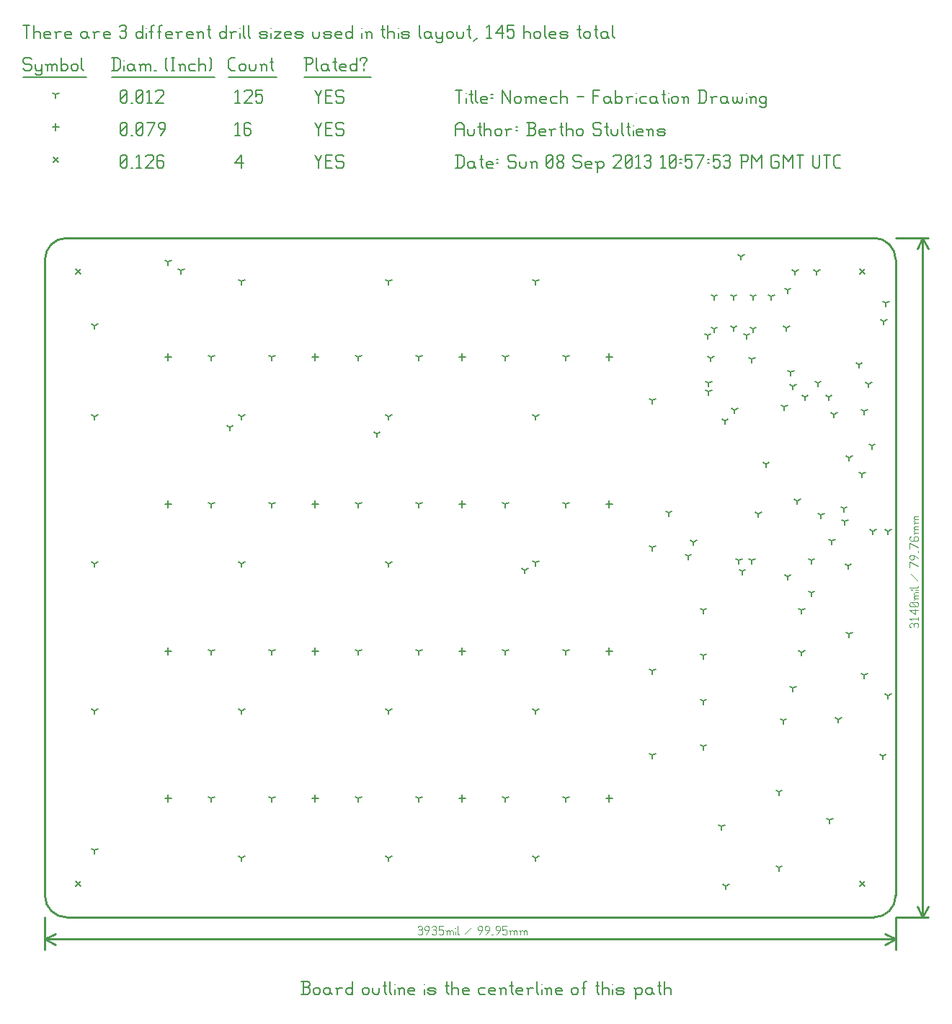
<source format=gbr>
G04 start of page 12 for group -3984 idx -3984 *
G04 Title: Nomech, fab *
G04 Creator: pcb 20110918 *
G04 CreationDate: Sun 08 Sep 2013 10:57:53 PM GMT UTC *
G04 For: bertho *
G04 Format: Gerber/RS-274X *
G04 PCB-Dimensions: 430000 350000 *
G04 PCB-Coordinate-Origin: lower left *
%MOIN*%
%FSLAX25Y25*%
%LNFAB*%
%ADD206C,0.0050*%
%ADD205C,0.0040*%
%ADD204C,0.0100*%
%ADD203C,0.0075*%
%ADD202C,0.0060*%
%ADD201C,0.0080*%
G54D201*X386800Y42700D02*X389200Y40300D01*
X386800D02*X389200Y42700D01*
X24300D02*X26700Y40300D01*
X24300D02*X26700Y42700D01*
X24300Y325700D02*X26700Y323300D01*
X24300D02*X26700Y325700D01*
X386800D02*X389200Y323300D01*
X386800D02*X389200Y325700D01*
X13800Y377450D02*X16200Y375050D01*
X13800D02*X16200Y377450D01*
G54D202*X135000Y378500D02*X136500Y375500D01*
X138000Y378500D01*
X136500Y375500D02*Y372500D01*
X139800Y375800D02*X142050D01*
X139800Y372500D02*X142800D01*
X139800Y378500D02*Y372500D01*
Y378500D02*X142800D01*
X147600D02*X148350Y377750D01*
X145350Y378500D02*X147600D01*
X144600Y377750D02*X145350Y378500D01*
X144600Y377750D02*Y376250D01*
X145350Y375500D01*
X147600D01*
X148350Y374750D01*
Y373250D01*
X147600Y372500D02*X148350Y373250D01*
X145350Y372500D02*X147600D01*
X144600Y373250D02*X145350Y372500D01*
X98000Y374750D02*X101000Y378500D01*
X98000Y374750D02*X101750D01*
X101000Y378500D02*Y372500D01*
X45000Y373250D02*X45750Y372500D01*
X45000Y377750D02*Y373250D01*
Y377750D02*X45750Y378500D01*
X47250D01*
X48000Y377750D01*
Y373250D01*
X47250Y372500D02*X48000Y373250D01*
X45750Y372500D02*X47250D01*
X45000Y374000D02*X48000Y377000D01*
X49800Y372500D02*X50550D01*
X52350Y377300D02*X53550Y378500D01*
Y372500D01*
X52350D02*X54600D01*
X56400Y377750D02*X57150Y378500D01*
X59400D01*
X60150Y377750D01*
Y376250D01*
X56400Y372500D02*X60150Y376250D01*
X56400Y372500D02*X60150D01*
X64200Y378500D02*X64950Y377750D01*
X62700Y378500D02*X64200D01*
X61950Y377750D02*X62700Y378500D01*
X61950Y377750D02*Y373250D01*
X62700Y372500D01*
X64200Y375800D02*X64950Y375050D01*
X61950Y375800D02*X64200D01*
X62700Y372500D02*X64200D01*
X64950Y373250D01*
Y375050D02*Y373250D01*
X67000Y218600D02*Y215400D01*
X65400Y217000D02*X68600D01*
X135000Y218600D02*Y215400D01*
X133400Y217000D02*X136600D01*
X203000Y218600D02*Y215400D01*
X201400Y217000D02*X204600D01*
X271000Y218600D02*Y215400D01*
X269400Y217000D02*X272600D01*
X67000Y150600D02*Y147400D01*
X65400Y149000D02*X68600D01*
X135000Y150600D02*Y147400D01*
X133400Y149000D02*X136600D01*
X203000Y150600D02*Y147400D01*
X201400Y149000D02*X204600D01*
X271000Y150600D02*Y147400D01*
X269400Y149000D02*X272600D01*
X271000Y82600D02*Y79400D01*
X269400Y81000D02*X272600D01*
X67000Y286600D02*Y283400D01*
X65400Y285000D02*X68600D01*
X67000Y82600D02*Y79400D01*
X65400Y81000D02*X68600D01*
X135000Y286600D02*Y283400D01*
X133400Y285000D02*X136600D01*
X135000Y82600D02*Y79400D01*
X133400Y81000D02*X136600D01*
X203000Y286600D02*Y283400D01*
X201400Y285000D02*X204600D01*
X203000Y82600D02*Y79400D01*
X201400Y81000D02*X204600D01*
X271000Y286600D02*Y283400D01*
X269400Y285000D02*X272600D01*
X15000Y392850D02*Y389650D01*
X13400Y391250D02*X16600D01*
X135000Y393500D02*X136500Y390500D01*
X138000Y393500D01*
X136500Y390500D02*Y387500D01*
X139800Y390800D02*X142050D01*
X139800Y387500D02*X142800D01*
X139800Y393500D02*Y387500D01*
Y393500D02*X142800D01*
X147600D02*X148350Y392750D01*
X145350Y393500D02*X147600D01*
X144600Y392750D02*X145350Y393500D01*
X144600Y392750D02*Y391250D01*
X145350Y390500D01*
X147600D01*
X148350Y389750D01*
Y388250D01*
X147600Y387500D02*X148350Y388250D01*
X145350Y387500D02*X147600D01*
X144600Y388250D02*X145350Y387500D01*
X98000Y392300D02*X99200Y393500D01*
Y387500D01*
X98000D02*X100250D01*
X104300Y393500D02*X105050Y392750D01*
X102800Y393500D02*X104300D01*
X102050Y392750D02*X102800Y393500D01*
X102050Y392750D02*Y388250D01*
X102800Y387500D01*
X104300Y390800D02*X105050Y390050D01*
X102050Y390800D02*X104300D01*
X102800Y387500D02*X104300D01*
X105050Y388250D01*
Y390050D02*Y388250D01*
X45000D02*X45750Y387500D01*
X45000Y392750D02*Y388250D01*
Y392750D02*X45750Y393500D01*
X47250D01*
X48000Y392750D01*
Y388250D01*
X47250Y387500D02*X48000Y388250D01*
X45750Y387500D02*X47250D01*
X45000Y389000D02*X48000Y392000D01*
X49800Y387500D02*X50550D01*
X52350Y388250D02*X53100Y387500D01*
X52350Y392750D02*Y388250D01*
Y392750D02*X53100Y393500D01*
X54600D01*
X55350Y392750D01*
Y388250D01*
X54600Y387500D02*X55350Y388250D01*
X53100Y387500D02*X54600D01*
X52350Y389000D02*X55350Y392000D01*
X57900Y387500D02*X60900Y393500D01*
X57150D02*X60900D01*
X63450Y387500D02*X65700Y390500D01*
Y392750D02*Y390500D01*
X64950Y393500D02*X65700Y392750D01*
X63450Y393500D02*X64950D01*
X62700Y392750D02*X63450Y393500D01*
X62700Y392750D02*Y391250D01*
X63450Y390500D01*
X65700D01*
X87000Y217000D02*Y215400D01*
Y217000D02*X88387Y217800D01*
X87000Y217000D02*X85613Y217800D01*
X115000Y217000D02*Y215400D01*
Y217000D02*X116387Y217800D01*
X115000Y217000D02*X113613Y217800D01*
X87000Y149000D02*Y147400D01*
Y149000D02*X88387Y149800D01*
X87000Y149000D02*X85613Y149800D01*
X115000Y149000D02*Y147400D01*
Y149000D02*X116387Y149800D01*
X115000Y149000D02*X113613Y149800D01*
X87000Y81000D02*Y79400D01*
Y81000D02*X88387Y81800D01*
X87000Y81000D02*X85613Y81800D01*
X115000Y81000D02*Y79400D01*
Y81000D02*X116387Y81800D01*
X115000Y81000D02*X113613Y81800D01*
X155000Y81000D02*Y79400D01*
Y81000D02*X156387Y81800D01*
X155000Y81000D02*X153613Y81800D01*
X183000Y81000D02*Y79400D01*
Y81000D02*X184387Y81800D01*
X183000Y81000D02*X181613Y81800D01*
X223000Y81000D02*Y79400D01*
Y81000D02*X224387Y81800D01*
X223000Y81000D02*X221613Y81800D01*
X251000Y81000D02*Y79400D01*
Y81000D02*X252387Y81800D01*
X251000Y81000D02*X249613Y81800D01*
X155000Y149000D02*Y147400D01*
Y149000D02*X156387Y149800D01*
X155000Y149000D02*X153613Y149800D01*
X183000Y149000D02*Y147400D01*
Y149000D02*X184387Y149800D01*
X183000Y149000D02*X181613Y149800D01*
X223000Y149000D02*Y147400D01*
Y149000D02*X224387Y149800D01*
X223000Y149000D02*X221613Y149800D01*
X251000Y149000D02*Y147400D01*
Y149000D02*X252387Y149800D01*
X251000Y149000D02*X249613Y149800D01*
X155000Y217000D02*Y215400D01*
Y217000D02*X156387Y217800D01*
X155000Y217000D02*X153613Y217800D01*
X183000Y217000D02*Y215400D01*
Y217000D02*X184387Y217800D01*
X183000Y217000D02*X181613Y217800D01*
X223000Y217000D02*Y215400D01*
Y217000D02*X224387Y217800D01*
X223000Y217000D02*X221613Y217800D01*
X251000Y217000D02*Y215400D01*
Y217000D02*X252387Y217800D01*
X251000Y217000D02*X249613Y217800D01*
X87000Y285000D02*Y283400D01*
Y285000D02*X88387Y285800D01*
X87000Y285000D02*X85613Y285800D01*
X115000Y285000D02*Y283400D01*
Y285000D02*X116387Y285800D01*
X115000Y285000D02*X113613Y285800D01*
X155000Y285000D02*Y283400D01*
Y285000D02*X156387Y285800D01*
X155000Y285000D02*X153613Y285800D01*
X183000Y285000D02*Y283400D01*
Y285000D02*X184387Y285800D01*
X183000Y285000D02*X181613Y285800D01*
X223000Y285000D02*Y283400D01*
Y285000D02*X224387Y285800D01*
X223000Y285000D02*X221613Y285800D01*
X251000Y285000D02*Y283400D01*
Y285000D02*X252387Y285800D01*
X251000Y285000D02*X249613Y285800D01*
X381500Y188500D02*Y186900D01*
Y188500D02*X382887Y189300D01*
X381500Y188500D02*X380113Y189300D01*
X393000Y204500D02*Y202900D01*
Y204500D02*X394387Y205300D01*
X393000Y204500D02*X391613Y205300D01*
X364500Y191000D02*Y189400D01*
Y191000D02*X365887Y191800D01*
X364500Y191000D02*X363113Y191800D01*
X337000Y191000D02*Y189400D01*
Y191000D02*X338387Y191800D01*
X337000Y191000D02*X335613Y191800D01*
X388000Y231000D02*Y229400D01*
Y231000D02*X389387Y231800D01*
X388000Y231000D02*X386613Y231800D01*
X331000Y191000D02*Y189400D01*
Y191000D02*X332387Y191800D01*
X331000Y191000D02*X329613Y191800D01*
X353500Y183500D02*Y181900D01*
Y183500D02*X354887Y184300D01*
X353500Y183500D02*X352113Y184300D01*
X324500Y255500D02*Y253900D01*
Y255500D02*X325887Y256300D01*
X324500Y255500D02*X323113Y256300D01*
X361500Y266500D02*Y264900D01*
Y266500D02*X362887Y267300D01*
X361500Y266500D02*X360113Y267300D01*
X352000Y262000D02*Y260400D01*
Y262000D02*X353387Y262800D01*
X352000Y262000D02*X350613Y262800D01*
X355000Y278000D02*Y276400D01*
Y278000D02*X356387Y278800D01*
X355000Y278000D02*X353613Y278800D01*
X337000Y284000D02*Y282400D01*
Y284000D02*X338387Y284800D01*
X337000Y284000D02*X335613Y284800D01*
X237000Y320000D02*Y318400D01*
Y320000D02*X238387Y320800D01*
X237000Y320000D02*X235613Y320800D01*
X169000Y320000D02*Y318400D01*
Y320000D02*X170387Y320800D01*
X169000Y320000D02*X167613Y320800D01*
X101000Y320000D02*Y318400D01*
Y320000D02*X102387Y320800D01*
X101000Y320000D02*X99613Y320800D01*
X329000Y260500D02*Y258900D01*
Y260500D02*X330387Y261300D01*
X329000Y260500D02*X327613Y261300D01*
X33000Y299500D02*Y297900D01*
Y299500D02*X34387Y300300D01*
X33000Y299500D02*X31613Y300300D01*
X232000Y186500D02*Y184900D01*
Y186500D02*X233387Y187300D01*
X232000Y186500D02*X230613Y187300D01*
X291000Y101000D02*Y99400D01*
Y101000D02*X292387Y101800D01*
X291000Y101000D02*X289613Y101800D01*
X291000Y140000D02*Y138400D01*
Y140000D02*X292387Y140800D01*
X291000Y140000D02*X289613Y140800D01*
X291000Y265000D02*Y263400D01*
Y265000D02*X292387Y265800D01*
X291000Y265000D02*X289613Y265800D01*
X291000Y197000D02*Y195400D01*
Y197000D02*X292387Y197800D01*
X291000Y197000D02*X289613Y197800D01*
X298500Y213000D02*Y211400D01*
Y213000D02*X299887Y213800D01*
X298500Y213000D02*X297113Y213800D01*
X340000Y212500D02*Y210900D01*
Y212500D02*X341387Y213300D01*
X340000Y212500D02*X338613Y213300D01*
X364500Y176000D02*Y174400D01*
Y176000D02*X365887Y176800D01*
X364500Y176000D02*X363113Y176800D01*
X389000Y138000D02*Y136400D01*
Y138000D02*X390387Y138800D01*
X389000Y138000D02*X387613Y138800D01*
X343500Y235500D02*Y233900D01*
Y235500D02*X344887Y236300D01*
X343500Y235500D02*X342113Y236300D01*
X358000Y218500D02*Y216900D01*
Y218500D02*X359387Y219300D01*
X358000Y218500D02*X356613Y219300D01*
X375000Y258500D02*Y256900D01*
Y258500D02*X376387Y259300D01*
X375000Y258500D02*X373613Y259300D01*
X399000Y310000D02*Y308400D01*
Y310000D02*X400387Y310800D01*
X399000Y310000D02*X397613Y310800D01*
X332000Y331500D02*Y329900D01*
Y331500D02*X333387Y332300D01*
X332000Y331500D02*X330613Y332300D01*
X353500Y316000D02*Y314400D01*
Y316000D02*X354887Y316800D01*
X353500Y316000D02*X352113Y316800D01*
X391000Y272500D02*Y270900D01*
Y272500D02*X392387Y273300D01*
X391000Y272500D02*X389613Y273300D01*
X392500Y244000D02*Y242400D01*
Y244000D02*X393887Y244800D01*
X392500Y244000D02*X391113Y244800D01*
X382000Y157000D02*Y155400D01*
Y157000D02*X383387Y157800D01*
X382000Y157000D02*X380613Y157800D01*
X397500Y100500D02*Y98900D01*
Y100500D02*X398887Y101300D01*
X397500Y100500D02*X396113Y101300D01*
X373000Y71000D02*Y69400D01*
Y71000D02*X374387Y71800D01*
X373000Y71000D02*X371613Y71800D01*
X323000Y68000D02*Y66400D01*
Y68000D02*X324387Y68800D01*
X323000Y68000D02*X321613Y68800D01*
X325000Y40500D02*Y38900D01*
Y40500D02*X326387Y41300D01*
X325000Y40500D02*X323613Y41300D01*
X349500Y49000D02*Y47400D01*
Y49000D02*X350887Y49800D01*
X349500Y49000D02*X348113Y49800D01*
X349500Y84000D02*Y82400D01*
Y84000D02*X350887Y84800D01*
X349500Y84000D02*X348113Y84800D01*
X400000Y128500D02*Y126900D01*
Y128500D02*X401387Y129300D01*
X400000Y128500D02*X398613Y129300D01*
X163500Y249500D02*Y247900D01*
Y249500D02*X164887Y250300D01*
X163500Y249500D02*X162113Y250300D01*
X95500Y252500D02*Y250900D01*
Y252500D02*X96887Y253300D01*
X95500Y252500D02*X94113Y253300D01*
X372500Y266500D02*Y264900D01*
Y266500D02*X373887Y267300D01*
X372500Y266500D02*X371113Y267300D01*
X389000Y260000D02*Y258400D01*
Y260000D02*X390387Y260800D01*
X389000Y260000D02*X387613Y260800D01*
X353000Y298500D02*Y296900D01*
Y298500D02*X354387Y299300D01*
X353000Y298500D02*X351613Y299300D01*
X374000Y200000D02*Y198400D01*
Y200000D02*X375387Y200800D01*
X374000Y200000D02*X372613Y200800D01*
X398000Y301500D02*Y299900D01*
Y301500D02*X399387Y302300D01*
X398000Y301500D02*X396613Y302300D01*
X386500Y281500D02*Y279900D01*
Y281500D02*X387887Y282300D01*
X386500Y281500D02*X385113Y282300D01*
X367500Y273000D02*Y271400D01*
Y273000D02*X368887Y273800D01*
X367500Y273000D02*X366113Y273800D01*
X317000Y269000D02*Y267400D01*
Y269000D02*X318387Y269800D01*
X317000Y269000D02*X315613Y269800D01*
X317000Y273000D02*Y271400D01*
Y273000D02*X318387Y273800D01*
X317000Y273000D02*X315613Y273800D01*
X319500Y298000D02*Y296400D01*
Y298000D02*X320887Y298800D01*
X319500Y298000D02*X318113Y298800D01*
X316500Y295000D02*Y293400D01*
Y295000D02*X317887Y295800D01*
X316500Y295000D02*X315113Y295800D01*
X328500Y298500D02*Y296900D01*
Y298500D02*X329887Y299300D01*
X328500Y298500D02*X327113Y299300D01*
X334500Y295000D02*Y293400D01*
Y295000D02*X335887Y295800D01*
X334500Y295000D02*X333113Y295800D01*
X337500Y298000D02*Y296400D01*
Y298000D02*X338887Y298800D01*
X337500Y298000D02*X336113Y298800D01*
X319500Y313000D02*Y311400D01*
Y313000D02*X320887Y313800D01*
X319500Y313000D02*X318113Y313800D01*
X328500Y313000D02*Y311400D01*
Y313000D02*X329887Y313800D01*
X328500Y313000D02*X327113Y313800D01*
X337500Y313000D02*Y311400D01*
Y313000D02*X338887Y313800D01*
X337500Y313000D02*X336113Y313800D01*
X346000Y313000D02*Y311400D01*
Y313000D02*X347387Y313800D01*
X346000Y313000D02*X344613Y313800D01*
X357000Y324500D02*Y322900D01*
Y324500D02*X358387Y325300D01*
X357000Y324500D02*X355613Y325300D01*
X367000Y324500D02*Y322900D01*
Y324500D02*X368387Y325300D01*
X367000Y324500D02*X365613Y325300D01*
X356000Y132000D02*Y130400D01*
Y132000D02*X357387Y132800D01*
X356000Y132000D02*X354613Y132800D01*
X360000Y168000D02*Y166400D01*
Y168000D02*X361387Y168800D01*
X360000Y168000D02*X358613Y168800D01*
X360000Y148500D02*Y146900D01*
Y148500D02*X361387Y149300D01*
X360000Y148500D02*X358613Y149300D01*
X400000Y204500D02*Y202900D01*
Y204500D02*X401387Y205300D01*
X400000Y204500D02*X398613Y205300D01*
X382000Y238500D02*Y236900D01*
Y238500D02*X383387Y239300D01*
X382000Y238500D02*X380613Y239300D01*
X379500Y215000D02*Y213400D01*
Y215000D02*X380887Y215800D01*
X379500Y215000D02*X378113Y215800D01*
X377000Y117500D02*Y115900D01*
Y117500D02*X378387Y118300D01*
X377000Y117500D02*X375613Y118300D01*
X318000Y284500D02*Y282900D01*
Y284500D02*X319387Y285300D01*
X318000Y284500D02*X316613Y285300D01*
X356000Y271500D02*Y269900D01*
Y271500D02*X357387Y272300D01*
X356000Y271500D02*X354613Y272300D01*
X314500Y168000D02*Y166400D01*
Y168000D02*X315887Y168800D01*
X314500Y168000D02*X313113Y168800D01*
X314500Y147000D02*Y145400D01*
Y147000D02*X315887Y147800D01*
X314500Y147000D02*X313113Y147800D01*
X314500Y126000D02*Y124400D01*
Y126000D02*X315887Y126800D01*
X314500Y126000D02*X313113Y126800D01*
X314500Y105000D02*Y103400D01*
Y105000D02*X315887Y105800D01*
X314500Y105000D02*X313113Y105800D01*
X332500Y186000D02*Y184400D01*
Y186000D02*X333887Y186800D01*
X332500Y186000D02*X331113Y186800D01*
X351500Y117000D02*Y115400D01*
Y117000D02*X352887Y117800D01*
X351500Y117000D02*X350113Y117800D01*
X369000Y212000D02*Y210400D01*
Y212000D02*X370387Y212800D01*
X369000Y212000D02*X367613Y212800D01*
X380000Y209000D02*Y207400D01*
Y209000D02*X381387Y209800D01*
X380000Y209000D02*X378613Y209800D01*
X73000Y325000D02*Y323400D01*
Y325000D02*X74387Y325800D01*
X73000Y325000D02*X71613Y325800D01*
X67000Y329000D02*Y327400D01*
Y329000D02*X68387Y329800D01*
X67000Y329000D02*X65613Y329800D01*
X33000Y257500D02*Y255900D01*
Y257500D02*X34387Y258300D01*
X33000Y257500D02*X31613Y258300D01*
X101000Y257500D02*Y255900D01*
Y257500D02*X102387Y258300D01*
X101000Y257500D02*X99613Y258300D01*
X169000Y257500D02*Y255900D01*
Y257500D02*X170387Y258300D01*
X169000Y257500D02*X167613Y258300D01*
X237000Y257500D02*Y255900D01*
Y257500D02*X238387Y258300D01*
X237000Y257500D02*X235613Y258300D01*
X33000Y189500D02*Y187900D01*
Y189500D02*X34387Y190300D01*
X33000Y189500D02*X31613Y190300D01*
X101000Y189500D02*Y187900D01*
Y189500D02*X102387Y190300D01*
X101000Y189500D02*X99613Y190300D01*
X169000Y189500D02*Y187900D01*
Y189500D02*X170387Y190300D01*
X169000Y189500D02*X167613Y190300D01*
X33000Y121500D02*Y119900D01*
Y121500D02*X34387Y122300D01*
X33000Y121500D02*X31613Y122300D01*
X101000Y121500D02*Y119900D01*
Y121500D02*X102387Y122300D01*
X101000Y121500D02*X99613Y122300D01*
X169000Y121500D02*Y119900D01*
Y121500D02*X170387Y122300D01*
X169000Y121500D02*X167613Y122300D01*
X237000Y121500D02*Y119900D01*
Y121500D02*X238387Y122300D01*
X237000Y121500D02*X235613Y122300D01*
X237000Y53500D02*Y51900D01*
Y53500D02*X238387Y54300D01*
X237000Y53500D02*X235613Y54300D01*
X169000Y53500D02*Y51900D01*
Y53500D02*X170387Y54300D01*
X169000Y53500D02*X167613Y54300D01*
X101000Y53500D02*Y51900D01*
Y53500D02*X102387Y54300D01*
X101000Y53500D02*X99613Y54300D01*
X33000Y57000D02*Y55400D01*
Y57000D02*X34387Y57800D01*
X33000Y57000D02*X31613Y57800D01*
X237000Y190000D02*Y188400D01*
Y190000D02*X238387Y190800D01*
X237000Y190000D02*X235613Y190800D01*
X307500Y193000D02*Y191400D01*
Y193000D02*X308887Y193800D01*
X307500Y193000D02*X306113Y193800D01*
X310000Y199500D02*Y197900D01*
Y199500D02*X311387Y200300D01*
X310000Y199500D02*X308613Y200300D01*
X15000Y406250D02*Y404650D01*
Y406250D02*X16387Y407050D01*
X15000Y406250D02*X13613Y407050D01*
X135000Y408500D02*X136500Y405500D01*
X138000Y408500D01*
X136500Y405500D02*Y402500D01*
X139800Y405800D02*X142050D01*
X139800Y402500D02*X142800D01*
X139800Y408500D02*Y402500D01*
Y408500D02*X142800D01*
X147600D02*X148350Y407750D01*
X145350Y408500D02*X147600D01*
X144600Y407750D02*X145350Y408500D01*
X144600Y407750D02*Y406250D01*
X145350Y405500D01*
X147600D01*
X148350Y404750D01*
Y403250D01*
X147600Y402500D02*X148350Y403250D01*
X145350Y402500D02*X147600D01*
X144600Y403250D02*X145350Y402500D01*
X98000Y407300D02*X99200Y408500D01*
Y402500D01*
X98000D02*X100250D01*
X102050Y407750D02*X102800Y408500D01*
X105050D01*
X105800Y407750D01*
Y406250D01*
X102050Y402500D02*X105800Y406250D01*
X102050Y402500D02*X105800D01*
X107600Y408500D02*X110600D01*
X107600D02*Y405500D01*
X108350Y406250D01*
X109850D01*
X110600Y405500D01*
Y403250D01*
X109850Y402500D02*X110600Y403250D01*
X108350Y402500D02*X109850D01*
X107600Y403250D02*X108350Y402500D01*
X45000Y403250D02*X45750Y402500D01*
X45000Y407750D02*Y403250D01*
Y407750D02*X45750Y408500D01*
X47250D01*
X48000Y407750D01*
Y403250D01*
X47250Y402500D02*X48000Y403250D01*
X45750Y402500D02*X47250D01*
X45000Y404000D02*X48000Y407000D01*
X49800Y402500D02*X50550D01*
X52350Y403250D02*X53100Y402500D01*
X52350Y407750D02*Y403250D01*
Y407750D02*X53100Y408500D01*
X54600D01*
X55350Y407750D01*
Y403250D01*
X54600Y402500D02*X55350Y403250D01*
X53100Y402500D02*X54600D01*
X52350Y404000D02*X55350Y407000D01*
X57150Y407300D02*X58350Y408500D01*
Y402500D01*
X57150D02*X59400D01*
X61200Y407750D02*X61950Y408500D01*
X64200D01*
X64950Y407750D01*
Y406250D01*
X61200Y402500D02*X64950Y406250D01*
X61200Y402500D02*X64950D01*
X3000Y423500D02*X3750Y422750D01*
X750Y423500D02*X3000D01*
X0Y422750D02*X750Y423500D01*
X0Y422750D02*Y421250D01*
X750Y420500D01*
X3000D01*
X3750Y419750D01*
Y418250D01*
X3000Y417500D02*X3750Y418250D01*
X750Y417500D02*X3000D01*
X0Y418250D02*X750Y417500D01*
X5550Y420500D02*Y418250D01*
X6300Y417500D01*
X8550Y420500D02*Y416000D01*
X7800Y415250D02*X8550Y416000D01*
X6300Y415250D02*X7800D01*
X5550Y416000D02*X6300Y415250D01*
Y417500D02*X7800D01*
X8550Y418250D01*
X11100Y419750D02*Y417500D01*
Y419750D02*X11850Y420500D01*
X12600D01*
X13350Y419750D01*
Y417500D01*
Y419750D02*X14100Y420500D01*
X14850D01*
X15600Y419750D01*
Y417500D01*
X10350Y420500D02*X11100Y419750D01*
X17400Y423500D02*Y417500D01*
Y418250D02*X18150Y417500D01*
X19650D01*
X20400Y418250D01*
Y419750D02*Y418250D01*
X19650Y420500D02*X20400Y419750D01*
X18150Y420500D02*X19650D01*
X17400Y419750D02*X18150Y420500D01*
X22200Y419750D02*Y418250D01*
Y419750D02*X22950Y420500D01*
X24450D01*
X25200Y419750D01*
Y418250D01*
X24450Y417500D02*X25200Y418250D01*
X22950Y417500D02*X24450D01*
X22200Y418250D02*X22950Y417500D01*
X27000Y423500D02*Y418250D01*
X27750Y417500D01*
X0Y414250D02*X29250D01*
X41750Y423500D02*Y417500D01*
X43700Y423500D02*X44750Y422450D01*
Y418550D01*
X43700Y417500D02*X44750Y418550D01*
X41000Y417500D02*X43700D01*
X41000Y423500D02*X43700D01*
G54D203*X46550Y422000D02*Y421850D01*
G54D202*Y419750D02*Y417500D01*
X50300Y420500D02*X51050Y419750D01*
X48800Y420500D02*X50300D01*
X48050Y419750D02*X48800Y420500D01*
X48050Y419750D02*Y418250D01*
X48800Y417500D01*
X51050Y420500D02*Y418250D01*
X51800Y417500D01*
X48800D02*X50300D01*
X51050Y418250D01*
X54350Y419750D02*Y417500D01*
Y419750D02*X55100Y420500D01*
X55850D01*
X56600Y419750D01*
Y417500D01*
Y419750D02*X57350Y420500D01*
X58100D01*
X58850Y419750D01*
Y417500D01*
X53600Y420500D02*X54350Y419750D01*
X60650Y417500D02*X61400D01*
X65900Y418250D02*X66650Y417500D01*
X65900Y422750D02*X66650Y423500D01*
X65900Y422750D02*Y418250D01*
X68450Y423500D02*X69950D01*
X69200D02*Y417500D01*
X68450D02*X69950D01*
X72500Y419750D02*Y417500D01*
Y419750D02*X73250Y420500D01*
X74000D01*
X74750Y419750D01*
Y417500D01*
X71750Y420500D02*X72500Y419750D01*
X77300Y420500D02*X79550D01*
X76550Y419750D02*X77300Y420500D01*
X76550Y419750D02*Y418250D01*
X77300Y417500D01*
X79550D01*
X81350Y423500D02*Y417500D01*
Y419750D02*X82100Y420500D01*
X83600D01*
X84350Y419750D01*
Y417500D01*
X86150Y423500D02*X86900Y422750D01*
Y418250D01*
X86150Y417500D02*X86900Y418250D01*
X41000Y414250D02*X88700D01*
X96050Y417500D02*X98000D01*
X95000Y418550D02*X96050Y417500D01*
X95000Y422450D02*Y418550D01*
Y422450D02*X96050Y423500D01*
X98000D01*
X99800Y419750D02*Y418250D01*
Y419750D02*X100550Y420500D01*
X102050D01*
X102800Y419750D01*
Y418250D01*
X102050Y417500D02*X102800Y418250D01*
X100550Y417500D02*X102050D01*
X99800Y418250D02*X100550Y417500D01*
X104600Y420500D02*Y418250D01*
X105350Y417500D01*
X106850D01*
X107600Y418250D01*
Y420500D02*Y418250D01*
X110150Y419750D02*Y417500D01*
Y419750D02*X110900Y420500D01*
X111650D01*
X112400Y419750D01*
Y417500D01*
X109400Y420500D02*X110150Y419750D01*
X114950Y423500D02*Y418250D01*
X115700Y417500D01*
X114200Y421250D02*X115700D01*
X95000Y414250D02*X117200D01*
X130750Y423500D02*Y417500D01*
X130000Y423500D02*X133000D01*
X133750Y422750D01*
Y421250D01*
X133000Y420500D02*X133750Y421250D01*
X130750Y420500D02*X133000D01*
X135550Y423500D02*Y418250D01*
X136300Y417500D01*
X140050Y420500D02*X140800Y419750D01*
X138550Y420500D02*X140050D01*
X137800Y419750D02*X138550Y420500D01*
X137800Y419750D02*Y418250D01*
X138550Y417500D01*
X140800Y420500D02*Y418250D01*
X141550Y417500D01*
X138550D02*X140050D01*
X140800Y418250D01*
X144100Y423500D02*Y418250D01*
X144850Y417500D01*
X143350Y421250D02*X144850D01*
X147100Y417500D02*X149350D01*
X146350Y418250D02*X147100Y417500D01*
X146350Y419750D02*Y418250D01*
Y419750D02*X147100Y420500D01*
X148600D01*
X149350Y419750D01*
X146350Y419000D02*X149350D01*
Y419750D02*Y419000D01*
X154150Y423500D02*Y417500D01*
X153400D02*X154150Y418250D01*
X151900Y417500D02*X153400D01*
X151150Y418250D02*X151900Y417500D01*
X151150Y419750D02*Y418250D01*
Y419750D02*X151900Y420500D01*
X153400D01*
X154150Y419750D01*
X157450Y420500D02*Y419750D01*
Y418250D02*Y417500D01*
X155950Y422750D02*Y422000D01*
Y422750D02*X156700Y423500D01*
X158200D01*
X158950Y422750D01*
Y422000D01*
X157450Y420500D02*X158950Y422000D01*
X130000Y414250D02*X160750D01*
X0Y438500D02*X3000D01*
X1500D02*Y432500D01*
X4800Y438500D02*Y432500D01*
Y434750D02*X5550Y435500D01*
X7050D01*
X7800Y434750D01*
Y432500D01*
X10350D02*X12600D01*
X9600Y433250D02*X10350Y432500D01*
X9600Y434750D02*Y433250D01*
Y434750D02*X10350Y435500D01*
X11850D01*
X12600Y434750D01*
X9600Y434000D02*X12600D01*
Y434750D02*Y434000D01*
X15150Y434750D02*Y432500D01*
Y434750D02*X15900Y435500D01*
X17400D01*
X14400D02*X15150Y434750D01*
X19950Y432500D02*X22200D01*
X19200Y433250D02*X19950Y432500D01*
X19200Y434750D02*Y433250D01*
Y434750D02*X19950Y435500D01*
X21450D01*
X22200Y434750D01*
X19200Y434000D02*X22200D01*
Y434750D02*Y434000D01*
X28950Y435500D02*X29700Y434750D01*
X27450Y435500D02*X28950D01*
X26700Y434750D02*X27450Y435500D01*
X26700Y434750D02*Y433250D01*
X27450Y432500D01*
X29700Y435500D02*Y433250D01*
X30450Y432500D01*
X27450D02*X28950D01*
X29700Y433250D01*
X33000Y434750D02*Y432500D01*
Y434750D02*X33750Y435500D01*
X35250D01*
X32250D02*X33000Y434750D01*
X37800Y432500D02*X40050D01*
X37050Y433250D02*X37800Y432500D01*
X37050Y434750D02*Y433250D01*
Y434750D02*X37800Y435500D01*
X39300D01*
X40050Y434750D01*
X37050Y434000D02*X40050D01*
Y434750D02*Y434000D01*
X44550Y437750D02*X45300Y438500D01*
X46800D01*
X47550Y437750D01*
X46800Y432500D02*X47550Y433250D01*
X45300Y432500D02*X46800D01*
X44550Y433250D02*X45300Y432500D01*
Y435800D02*X46800D01*
X47550Y437750D02*Y436550D01*
Y435050D02*Y433250D01*
Y435050D02*X46800Y435800D01*
X47550Y436550D02*X46800Y435800D01*
X55050Y438500D02*Y432500D01*
X54300D02*X55050Y433250D01*
X52800Y432500D02*X54300D01*
X52050Y433250D02*X52800Y432500D01*
X52050Y434750D02*Y433250D01*
Y434750D02*X52800Y435500D01*
X54300D01*
X55050Y434750D01*
G54D203*X56850Y437000D02*Y436850D01*
G54D202*Y434750D02*Y432500D01*
X59100Y437750D02*Y432500D01*
Y437750D02*X59850Y438500D01*
X60600D01*
X58350Y435500D02*X59850D01*
X62850Y437750D02*Y432500D01*
Y437750D02*X63600Y438500D01*
X64350D01*
X62100Y435500D02*X63600D01*
X66600Y432500D02*X68850D01*
X65850Y433250D02*X66600Y432500D01*
X65850Y434750D02*Y433250D01*
Y434750D02*X66600Y435500D01*
X68100D01*
X68850Y434750D01*
X65850Y434000D02*X68850D01*
Y434750D02*Y434000D01*
X71400Y434750D02*Y432500D01*
Y434750D02*X72150Y435500D01*
X73650D01*
X70650D02*X71400Y434750D01*
X76200Y432500D02*X78450D01*
X75450Y433250D02*X76200Y432500D01*
X75450Y434750D02*Y433250D01*
Y434750D02*X76200Y435500D01*
X77700D01*
X78450Y434750D01*
X75450Y434000D02*X78450D01*
Y434750D02*Y434000D01*
X81000Y434750D02*Y432500D01*
Y434750D02*X81750Y435500D01*
X82500D01*
X83250Y434750D01*
Y432500D01*
X80250Y435500D02*X81000Y434750D01*
X85800Y438500D02*Y433250D01*
X86550Y432500D01*
X85050Y436250D02*X86550D01*
X93750Y438500D02*Y432500D01*
X93000D02*X93750Y433250D01*
X91500Y432500D02*X93000D01*
X90750Y433250D02*X91500Y432500D01*
X90750Y434750D02*Y433250D01*
Y434750D02*X91500Y435500D01*
X93000D01*
X93750Y434750D01*
X96300D02*Y432500D01*
Y434750D02*X97050Y435500D01*
X98550D01*
X95550D02*X96300Y434750D01*
G54D203*X100350Y437000D02*Y436850D01*
G54D202*Y434750D02*Y432500D01*
X101850Y438500D02*Y433250D01*
X102600Y432500D01*
X104100Y438500D02*Y433250D01*
X104850Y432500D01*
X109800D02*X112050D01*
X112800Y433250D01*
X112050Y434000D02*X112800Y433250D01*
X109800Y434000D02*X112050D01*
X109050Y434750D02*X109800Y434000D01*
X109050Y434750D02*X109800Y435500D01*
X112050D01*
X112800Y434750D01*
X109050Y433250D02*X109800Y432500D01*
G54D203*X114600Y437000D02*Y436850D01*
G54D202*Y434750D02*Y432500D01*
X116100Y435500D02*X119100D01*
X116100Y432500D02*X119100Y435500D01*
X116100Y432500D02*X119100D01*
X121650D02*X123900D01*
X120900Y433250D02*X121650Y432500D01*
X120900Y434750D02*Y433250D01*
Y434750D02*X121650Y435500D01*
X123150D01*
X123900Y434750D01*
X120900Y434000D02*X123900D01*
Y434750D02*Y434000D01*
X126450Y432500D02*X128700D01*
X129450Y433250D01*
X128700Y434000D02*X129450Y433250D01*
X126450Y434000D02*X128700D01*
X125700Y434750D02*X126450Y434000D01*
X125700Y434750D02*X126450Y435500D01*
X128700D01*
X129450Y434750D01*
X125700Y433250D02*X126450Y432500D01*
X133950Y435500D02*Y433250D01*
X134700Y432500D01*
X136200D01*
X136950Y433250D01*
Y435500D02*Y433250D01*
X139500Y432500D02*X141750D01*
X142500Y433250D01*
X141750Y434000D02*X142500Y433250D01*
X139500Y434000D02*X141750D01*
X138750Y434750D02*X139500Y434000D01*
X138750Y434750D02*X139500Y435500D01*
X141750D01*
X142500Y434750D01*
X138750Y433250D02*X139500Y432500D01*
X145050D02*X147300D01*
X144300Y433250D02*X145050Y432500D01*
X144300Y434750D02*Y433250D01*
Y434750D02*X145050Y435500D01*
X146550D01*
X147300Y434750D01*
X144300Y434000D02*X147300D01*
Y434750D02*Y434000D01*
X152100Y438500D02*Y432500D01*
X151350D02*X152100Y433250D01*
X149850Y432500D02*X151350D01*
X149100Y433250D02*X149850Y432500D01*
X149100Y434750D02*Y433250D01*
Y434750D02*X149850Y435500D01*
X151350D01*
X152100Y434750D01*
G54D203*X156600Y437000D02*Y436850D01*
G54D202*Y434750D02*Y432500D01*
X158850Y434750D02*Y432500D01*
Y434750D02*X159600Y435500D01*
X160350D01*
X161100Y434750D01*
Y432500D01*
X158100Y435500D02*X158850Y434750D01*
X166350Y438500D02*Y433250D01*
X167100Y432500D01*
X165600Y436250D02*X167100D01*
X168600Y438500D02*Y432500D01*
Y434750D02*X169350Y435500D01*
X170850D01*
X171600Y434750D01*
Y432500D01*
G54D203*X173400Y437000D02*Y436850D01*
G54D202*Y434750D02*Y432500D01*
X175650D02*X177900D01*
X178650Y433250D01*
X177900Y434000D02*X178650Y433250D01*
X175650Y434000D02*X177900D01*
X174900Y434750D02*X175650Y434000D01*
X174900Y434750D02*X175650Y435500D01*
X177900D01*
X178650Y434750D01*
X174900Y433250D02*X175650Y432500D01*
X183150Y438500D02*Y433250D01*
X183900Y432500D01*
X187650Y435500D02*X188400Y434750D01*
X186150Y435500D02*X187650D01*
X185400Y434750D02*X186150Y435500D01*
X185400Y434750D02*Y433250D01*
X186150Y432500D01*
X188400Y435500D02*Y433250D01*
X189150Y432500D01*
X186150D02*X187650D01*
X188400Y433250D01*
X190950Y435500D02*Y433250D01*
X191700Y432500D01*
X193950Y435500D02*Y431000D01*
X193200Y430250D02*X193950Y431000D01*
X191700Y430250D02*X193200D01*
X190950Y431000D02*X191700Y430250D01*
Y432500D02*X193200D01*
X193950Y433250D01*
X195750Y434750D02*Y433250D01*
Y434750D02*X196500Y435500D01*
X198000D01*
X198750Y434750D01*
Y433250D01*
X198000Y432500D02*X198750Y433250D01*
X196500Y432500D02*X198000D01*
X195750Y433250D02*X196500Y432500D01*
X200550Y435500D02*Y433250D01*
X201300Y432500D01*
X202800D01*
X203550Y433250D01*
Y435500D02*Y433250D01*
X206100Y438500D02*Y433250D01*
X206850Y432500D01*
X205350Y436250D02*X206850D01*
X208350Y431000D02*X209850Y432500D01*
X214350Y437300D02*X215550Y438500D01*
Y432500D01*
X214350D02*X216600D01*
X218400Y434750D02*X221400Y438500D01*
X218400Y434750D02*X222150D01*
X221400Y438500D02*Y432500D01*
X223950Y438500D02*X226950D01*
X223950D02*Y435500D01*
X224700Y436250D01*
X226200D01*
X226950Y435500D01*
Y433250D01*
X226200Y432500D02*X226950Y433250D01*
X224700Y432500D02*X226200D01*
X223950Y433250D02*X224700Y432500D01*
X231450Y438500D02*Y432500D01*
Y434750D02*X232200Y435500D01*
X233700D01*
X234450Y434750D01*
Y432500D01*
X236250Y434750D02*Y433250D01*
Y434750D02*X237000Y435500D01*
X238500D01*
X239250Y434750D01*
Y433250D01*
X238500Y432500D02*X239250Y433250D01*
X237000Y432500D02*X238500D01*
X236250Y433250D02*X237000Y432500D01*
X241050Y438500D02*Y433250D01*
X241800Y432500D01*
X244050D02*X246300D01*
X243300Y433250D02*X244050Y432500D01*
X243300Y434750D02*Y433250D01*
Y434750D02*X244050Y435500D01*
X245550D01*
X246300Y434750D01*
X243300Y434000D02*X246300D01*
Y434750D02*Y434000D01*
X248850Y432500D02*X251100D01*
X251850Y433250D01*
X251100Y434000D02*X251850Y433250D01*
X248850Y434000D02*X251100D01*
X248100Y434750D02*X248850Y434000D01*
X248100Y434750D02*X248850Y435500D01*
X251100D01*
X251850Y434750D01*
X248100Y433250D02*X248850Y432500D01*
X257100Y438500D02*Y433250D01*
X257850Y432500D01*
X256350Y436250D02*X257850D01*
X259350Y434750D02*Y433250D01*
Y434750D02*X260100Y435500D01*
X261600D01*
X262350Y434750D01*
Y433250D01*
X261600Y432500D02*X262350Y433250D01*
X260100Y432500D02*X261600D01*
X259350Y433250D02*X260100Y432500D01*
X264900Y438500D02*Y433250D01*
X265650Y432500D01*
X264150Y436250D02*X265650D01*
X269400Y435500D02*X270150Y434750D01*
X267900Y435500D02*X269400D01*
X267150Y434750D02*X267900Y435500D01*
X267150Y434750D02*Y433250D01*
X267900Y432500D01*
X270150Y435500D02*Y433250D01*
X270900Y432500D01*
X267900D02*X269400D01*
X270150Y433250D01*
X272700Y438500D02*Y433250D01*
X273450Y432500D01*
G54D204*X20000Y340000D02*X393500D01*
X10000Y330000D02*Y36000D01*
X20000Y26000D02*X393500D01*
X403500Y330000D02*Y36000D01*
X10000Y26000D02*Y11000D01*
Y16000D02*X403500D01*
Y26000D02*Y11000D01*
Y26000D02*X418500D01*
X403500Y340000D02*X418500D01*
X10000Y16000D02*X15000Y13500D01*
X10000Y16000D02*X15000Y18500D01*
X403500Y16000D02*X398500Y18500D01*
X403500Y16000D02*X398500Y13500D01*
X416000Y26000D02*Y340000D01*
X413500Y335000D01*
X416000Y340000D02*X418500Y335000D01*
X416000Y26000D02*X418500Y31000D01*
X416000Y26000D02*X413500Y31000D01*
X393500Y26000D02*G75*G03X403500Y36000I0J10000D01*G01*
Y330000D02*G75*G03X393500Y340000I-10000J0D01*G01*
X20000D02*G75*G03X10000Y330000I0J-10000D01*G01*
Y36000D02*G75*G03X20000Y26000I10000J0D01*G01*
G54D205*X182500Y21500D02*X183000Y22000D01*
X184000D01*
X184500Y21500D01*
X184000Y18000D02*X184500Y18500D01*
X183000Y18000D02*X184000D01*
X182500Y18500D02*X183000Y18000D01*
Y20200D02*X184000D01*
X184500Y21500D02*Y20700D01*
Y19700D02*Y18500D01*
Y19700D02*X184000Y20200D01*
X184500Y20700D02*X184000Y20200D01*
X186200Y18000D02*X187700Y20000D01*
Y21500D02*Y20000D01*
X187200Y22000D02*X187700Y21500D01*
X186200Y22000D02*X187200D01*
X185700Y21500D02*X186200Y22000D01*
X185700Y21500D02*Y20500D01*
X186200Y20000D01*
X187700D01*
X188900Y21500D02*X189400Y22000D01*
X190400D01*
X190900Y21500D01*
X190400Y18000D02*X190900Y18500D01*
X189400Y18000D02*X190400D01*
X188900Y18500D02*X189400Y18000D01*
Y20200D02*X190400D01*
X190900Y21500D02*Y20700D01*
Y19700D02*Y18500D01*
Y19700D02*X190400Y20200D01*
X190900Y20700D02*X190400Y20200D01*
X192100Y22000D02*X194100D01*
X192100D02*Y20000D01*
X192600Y20500D01*
X193600D01*
X194100Y20000D01*
Y18500D01*
X193600Y18000D02*X194100Y18500D01*
X192600Y18000D02*X193600D01*
X192100Y18500D02*X192600Y18000D01*
X195800Y19500D02*Y18000D01*
Y19500D02*X196300Y20000D01*
X196800D01*
X197300Y19500D01*
Y18000D01*
Y19500D02*X197800Y20000D01*
X198300D01*
X198800Y19500D01*
Y18000D01*
X195300Y20000D02*X195800Y19500D01*
G54D206*X200000Y21000D02*Y20900D01*
G54D205*Y19500D02*Y18000D01*
X201000Y22000D02*Y18500D01*
X201500Y18000D01*
X204300Y18500D02*X207300Y21500D01*
X210800Y18000D02*X212300Y20000D01*
Y21500D02*Y20000D01*
X211800Y22000D02*X212300Y21500D01*
X210800Y22000D02*X211800D01*
X210300Y21500D02*X210800Y22000D01*
X210300Y21500D02*Y20500D01*
X210800Y20000D01*
X212300D01*
X214000Y18000D02*X215500Y20000D01*
Y21500D02*Y20000D01*
X215000Y22000D02*X215500Y21500D01*
X214000Y22000D02*X215000D01*
X213500Y21500D02*X214000Y22000D01*
X213500Y21500D02*Y20500D01*
X214000Y20000D01*
X215500D01*
X216700Y18000D02*X217200D01*
X218900D02*X220400Y20000D01*
Y21500D02*Y20000D01*
X219900Y22000D02*X220400Y21500D01*
X218900Y22000D02*X219900D01*
X218400Y21500D02*X218900Y22000D01*
X218400Y21500D02*Y20500D01*
X218900Y20000D01*
X220400D01*
X221600Y22000D02*X223600D01*
X221600D02*Y20000D01*
X222100Y20500D01*
X223100D01*
X223600Y20000D01*
Y18500D01*
X223100Y18000D02*X223600Y18500D01*
X222100Y18000D02*X223100D01*
X221600Y18500D02*X222100Y18000D01*
X225300Y19500D02*Y18000D01*
Y19500D02*X225800Y20000D01*
X226300D01*
X226800Y19500D01*
Y18000D01*
Y19500D02*X227300Y20000D01*
X227800D01*
X228300Y19500D01*
Y18000D01*
X224800Y20000D02*X225300Y19500D01*
X230000D02*Y18000D01*
Y19500D02*X230500Y20000D01*
X231000D01*
X231500Y19500D01*
Y18000D01*
Y19500D02*X232000Y20000D01*
X232500D01*
X233000Y19500D01*
Y18000D01*
X229500Y20000D02*X230000Y19500D01*
X410500Y160000D02*X410000Y160500D01*
Y161500D02*Y160500D01*
Y161500D02*X410500Y162000D01*
X414000Y161500D02*X413500Y162000D01*
X414000Y161500D02*Y160500D01*
X413500Y160000D02*X414000Y160500D01*
X411800Y161500D02*Y160500D01*
X410500Y162000D02*X411300D01*
X412300D02*X413500D01*
X412300D02*X411800Y161500D01*
X411300Y162000D02*X411800Y161500D01*
X410800Y163200D02*X410000Y164000D01*
X414000D01*
Y164700D02*Y163200D01*
X412500Y165900D02*X410000Y167900D01*
X412500Y168400D02*Y165900D01*
X410000Y167900D02*X414000D01*
X413500Y169600D02*X414000Y170100D01*
X410500Y169600D02*X413500D01*
X410500D02*X410000Y170100D01*
Y171100D02*Y170100D01*
Y171100D02*X410500Y171600D01*
X413500D01*
X414000Y171100D02*X413500Y171600D01*
X414000Y171100D02*Y170100D01*
X413000Y169600D02*X411000Y171600D01*
X412500Y173300D02*X414000D01*
X412500D02*X412000Y173800D01*
Y174300D02*Y173800D01*
Y174300D02*X412500Y174800D01*
X414000D01*
X412500D02*X412000Y175300D01*
Y175800D02*Y175300D01*
Y175800D02*X412500Y176300D01*
X414000D01*
X412000Y172800D02*X412500Y173300D01*
G54D206*X411000Y177500D02*X411100D01*
G54D205*X412500D02*X414000D01*
X410000Y178500D02*X413500D01*
X414000Y179000D01*
X413500Y181800D02*X410500Y184800D01*
X414000Y188300D02*X410000Y190300D01*
Y187800D01*
X414000Y192000D02*X412000Y193500D01*
X410500D02*X412000D01*
X410000Y193000D02*X410500Y193500D01*
X410000Y193000D02*Y192000D01*
X410500Y191500D02*X410000Y192000D01*
X410500Y191500D02*X411500D01*
X412000Y192000D01*
Y193500D02*Y192000D01*
X414000Y195200D02*Y194700D01*
Y196900D02*X410000Y198900D01*
Y196400D01*
Y201600D02*X410500Y202100D01*
X410000Y201600D02*Y200600D01*
X410500Y200100D02*X410000Y200600D01*
X410500Y200100D02*X413500D01*
X414000Y200600D01*
X411800Y201600D02*X412300Y202100D01*
X411800Y201600D02*Y200100D01*
X414000Y201600D02*Y200600D01*
Y201600D02*X413500Y202100D01*
X412300D02*X413500D01*
X412500Y203800D02*X414000D01*
X412500D02*X412000Y204300D01*
Y204800D02*Y204300D01*
Y204800D02*X412500Y205300D01*
X414000D01*
X412500D02*X412000Y205800D01*
Y206300D02*Y205800D01*
Y206300D02*X412500Y206800D01*
X414000D01*
X412000Y203300D02*X412500Y203800D01*
Y208500D02*X414000D01*
X412500D02*X412000Y209000D01*
Y209500D02*Y209000D01*
Y209500D02*X412500Y210000D01*
X414000D01*
X412500D02*X412000Y210500D01*
Y211000D02*Y210500D01*
Y211000D02*X412500Y211500D01*
X414000D01*
X412000Y208000D02*X412500Y208500D01*
G54D202*X128675Y-9500D02*X131675D01*
X132425Y-8750D01*
Y-6950D02*Y-8750D01*
X131675Y-6200D02*X132425Y-6950D01*
X129425Y-6200D02*X131675D01*
X129425Y-3500D02*Y-9500D01*
X128675Y-3500D02*X131675D01*
X132425Y-4250D01*
Y-5450D01*
X131675Y-6200D02*X132425Y-5450D01*
X134225Y-7250D02*Y-8750D01*
Y-7250D02*X134975Y-6500D01*
X136475D01*
X137225Y-7250D01*
Y-8750D01*
X136475Y-9500D02*X137225Y-8750D01*
X134975Y-9500D02*X136475D01*
X134225Y-8750D02*X134975Y-9500D01*
X141275Y-6500D02*X142025Y-7250D01*
X139775Y-6500D02*X141275D01*
X139025Y-7250D02*X139775Y-6500D01*
X139025Y-7250D02*Y-8750D01*
X139775Y-9500D01*
X142025Y-6500D02*Y-8750D01*
X142775Y-9500D01*
X139775D02*X141275D01*
X142025Y-8750D01*
X145325Y-7250D02*Y-9500D01*
Y-7250D02*X146075Y-6500D01*
X147575D01*
X144575D02*X145325Y-7250D01*
X152375Y-3500D02*Y-9500D01*
X151625D02*X152375Y-8750D01*
X150125Y-9500D02*X151625D01*
X149375Y-8750D02*X150125Y-9500D01*
X149375Y-7250D02*Y-8750D01*
Y-7250D02*X150125Y-6500D01*
X151625D01*
X152375Y-7250D01*
X156875D02*Y-8750D01*
Y-7250D02*X157625Y-6500D01*
X159125D01*
X159875Y-7250D01*
Y-8750D01*
X159125Y-9500D02*X159875Y-8750D01*
X157625Y-9500D02*X159125D01*
X156875Y-8750D02*X157625Y-9500D01*
X161675Y-6500D02*Y-8750D01*
X162425Y-9500D01*
X163925D01*
X164675Y-8750D01*
Y-6500D02*Y-8750D01*
X167225Y-3500D02*Y-8750D01*
X167975Y-9500D01*
X166475Y-5750D02*X167975D01*
X169475Y-3500D02*Y-8750D01*
X170225Y-9500D01*
G54D203*X171725Y-5000D02*Y-5150D01*
G54D202*Y-7250D02*Y-9500D01*
X173975Y-7250D02*Y-9500D01*
Y-7250D02*X174725Y-6500D01*
X175475D01*
X176225Y-7250D01*
Y-9500D01*
X173225Y-6500D02*X173975Y-7250D01*
X178775Y-9500D02*X181025D01*
X178025Y-8750D02*X178775Y-9500D01*
X178025Y-7250D02*Y-8750D01*
Y-7250D02*X178775Y-6500D01*
X180275D01*
X181025Y-7250D01*
X178025Y-8000D02*X181025D01*
Y-7250D02*Y-8000D01*
G54D203*X185525Y-5000D02*Y-5150D01*
G54D202*Y-7250D02*Y-9500D01*
X187775D02*X190025D01*
X190775Y-8750D01*
X190025Y-8000D02*X190775Y-8750D01*
X187775Y-8000D02*X190025D01*
X187025Y-7250D02*X187775Y-8000D01*
X187025Y-7250D02*X187775Y-6500D01*
X190025D01*
X190775Y-7250D01*
X187025Y-8750D02*X187775Y-9500D01*
X196025Y-3500D02*Y-8750D01*
X196775Y-9500D01*
X195275Y-5750D02*X196775D01*
X198275Y-3500D02*Y-9500D01*
Y-7250D02*X199025Y-6500D01*
X200525D01*
X201275Y-7250D01*
Y-9500D01*
X203825D02*X206075D01*
X203075Y-8750D02*X203825Y-9500D01*
X203075Y-7250D02*Y-8750D01*
Y-7250D02*X203825Y-6500D01*
X205325D01*
X206075Y-7250D01*
X203075Y-8000D02*X206075D01*
Y-7250D02*Y-8000D01*
X211325Y-6500D02*X213575D01*
X210575Y-7250D02*X211325Y-6500D01*
X210575Y-7250D02*Y-8750D01*
X211325Y-9500D01*
X213575D01*
X216125D02*X218375D01*
X215375Y-8750D02*X216125Y-9500D01*
X215375Y-7250D02*Y-8750D01*
Y-7250D02*X216125Y-6500D01*
X217625D01*
X218375Y-7250D01*
X215375Y-8000D02*X218375D01*
Y-7250D02*Y-8000D01*
X220925Y-7250D02*Y-9500D01*
Y-7250D02*X221675Y-6500D01*
X222425D01*
X223175Y-7250D01*
Y-9500D01*
X220175Y-6500D02*X220925Y-7250D01*
X225725Y-3500D02*Y-8750D01*
X226475Y-9500D01*
X224975Y-5750D02*X226475D01*
X228725Y-9500D02*X230975D01*
X227975Y-8750D02*X228725Y-9500D01*
X227975Y-7250D02*Y-8750D01*
Y-7250D02*X228725Y-6500D01*
X230225D01*
X230975Y-7250D01*
X227975Y-8000D02*X230975D01*
Y-7250D02*Y-8000D01*
X233525Y-7250D02*Y-9500D01*
Y-7250D02*X234275Y-6500D01*
X235775D01*
X232775D02*X233525Y-7250D01*
X237575Y-3500D02*Y-8750D01*
X238325Y-9500D01*
G54D203*X239825Y-5000D02*Y-5150D01*
G54D202*Y-7250D02*Y-9500D01*
X242075Y-7250D02*Y-9500D01*
Y-7250D02*X242825Y-6500D01*
X243575D01*
X244325Y-7250D01*
Y-9500D01*
X241325Y-6500D02*X242075Y-7250D01*
X246875Y-9500D02*X249125D01*
X246125Y-8750D02*X246875Y-9500D01*
X246125Y-7250D02*Y-8750D01*
Y-7250D02*X246875Y-6500D01*
X248375D01*
X249125Y-7250D01*
X246125Y-8000D02*X249125D01*
Y-7250D02*Y-8000D01*
X253625Y-7250D02*Y-8750D01*
Y-7250D02*X254375Y-6500D01*
X255875D01*
X256625Y-7250D01*
Y-8750D01*
X255875Y-9500D02*X256625Y-8750D01*
X254375Y-9500D02*X255875D01*
X253625Y-8750D02*X254375Y-9500D01*
X259175Y-4250D02*Y-9500D01*
Y-4250D02*X259925Y-3500D01*
X260675D01*
X258425Y-6500D02*X259925D01*
X265625Y-3500D02*Y-8750D01*
X266375Y-9500D01*
X264875Y-5750D02*X266375D01*
X267875Y-3500D02*Y-9500D01*
Y-7250D02*X268625Y-6500D01*
X270125D01*
X270875Y-7250D01*
Y-9500D01*
G54D203*X272675Y-5000D02*Y-5150D01*
G54D202*Y-7250D02*Y-9500D01*
X274925D02*X277175D01*
X277925Y-8750D01*
X277175Y-8000D02*X277925Y-8750D01*
X274925Y-8000D02*X277175D01*
X274175Y-7250D02*X274925Y-8000D01*
X274175Y-7250D02*X274925Y-6500D01*
X277175D01*
X277925Y-7250D01*
X274175Y-8750D02*X274925Y-9500D01*
X283175Y-7250D02*Y-11750D01*
X282425Y-6500D02*X283175Y-7250D01*
X283925Y-6500D01*
X285425D01*
X286175Y-7250D01*
Y-8750D01*
X285425Y-9500D02*X286175Y-8750D01*
X283925Y-9500D02*X285425D01*
X283175Y-8750D02*X283925Y-9500D01*
X290225Y-6500D02*X290975Y-7250D01*
X288725Y-6500D02*X290225D01*
X287975Y-7250D02*X288725Y-6500D01*
X287975Y-7250D02*Y-8750D01*
X288725Y-9500D01*
X290975Y-6500D02*Y-8750D01*
X291725Y-9500D01*
X288725D02*X290225D01*
X290975Y-8750D01*
X294275Y-3500D02*Y-8750D01*
X295025Y-9500D01*
X293525Y-5750D02*X295025D01*
X296525Y-3500D02*Y-9500D01*
Y-7250D02*X297275Y-6500D01*
X298775D01*
X299525Y-7250D01*
Y-9500D01*
X200750Y378500D02*Y372500D01*
X202700Y378500D02*X203750Y377450D01*
Y373550D01*
X202700Y372500D02*X203750Y373550D01*
X200000Y372500D02*X202700D01*
X200000Y378500D02*X202700D01*
X207800Y375500D02*X208550Y374750D01*
X206300Y375500D02*X207800D01*
X205550Y374750D02*X206300Y375500D01*
X205550Y374750D02*Y373250D01*
X206300Y372500D01*
X208550Y375500D02*Y373250D01*
X209300Y372500D01*
X206300D02*X207800D01*
X208550Y373250D01*
X211850Y378500D02*Y373250D01*
X212600Y372500D01*
X211100Y376250D02*X212600D01*
X214850Y372500D02*X217100D01*
X214100Y373250D02*X214850Y372500D01*
X214100Y374750D02*Y373250D01*
Y374750D02*X214850Y375500D01*
X216350D01*
X217100Y374750D01*
X214100Y374000D02*X217100D01*
Y374750D02*Y374000D01*
X218900Y376250D02*X219650D01*
X218900Y374750D02*X219650D01*
X227150Y378500D02*X227900Y377750D01*
X224900Y378500D02*X227150D01*
X224150Y377750D02*X224900Y378500D01*
X224150Y377750D02*Y376250D01*
X224900Y375500D01*
X227150D01*
X227900Y374750D01*
Y373250D01*
X227150Y372500D02*X227900Y373250D01*
X224900Y372500D02*X227150D01*
X224150Y373250D02*X224900Y372500D01*
X229700Y375500D02*Y373250D01*
X230450Y372500D01*
X231950D01*
X232700Y373250D01*
Y375500D02*Y373250D01*
X235250Y374750D02*Y372500D01*
Y374750D02*X236000Y375500D01*
X236750D01*
X237500Y374750D01*
Y372500D01*
X234500Y375500D02*X235250Y374750D01*
X242000Y373250D02*X242750Y372500D01*
X242000Y377750D02*Y373250D01*
Y377750D02*X242750Y378500D01*
X244250D01*
X245000Y377750D01*
Y373250D01*
X244250Y372500D02*X245000Y373250D01*
X242750Y372500D02*X244250D01*
X242000Y374000D02*X245000Y377000D01*
X246800Y373250D02*X247550Y372500D01*
X246800Y374450D02*Y373250D01*
Y374450D02*X247850Y375500D01*
X248750D01*
X249800Y374450D01*
Y373250D01*
X249050Y372500D02*X249800Y373250D01*
X247550Y372500D02*X249050D01*
X246800Y376550D02*X247850Y375500D01*
X246800Y377750D02*Y376550D01*
Y377750D02*X247550Y378500D01*
X249050D01*
X249800Y377750D01*
Y376550D01*
X248750Y375500D02*X249800Y376550D01*
X257300Y378500D02*X258050Y377750D01*
X255050Y378500D02*X257300D01*
X254300Y377750D02*X255050Y378500D01*
X254300Y377750D02*Y376250D01*
X255050Y375500D01*
X257300D01*
X258050Y374750D01*
Y373250D01*
X257300Y372500D02*X258050Y373250D01*
X255050Y372500D02*X257300D01*
X254300Y373250D02*X255050Y372500D01*
X260600D02*X262850D01*
X259850Y373250D02*X260600Y372500D01*
X259850Y374750D02*Y373250D01*
Y374750D02*X260600Y375500D01*
X262100D01*
X262850Y374750D01*
X259850Y374000D02*X262850D01*
Y374750D02*Y374000D01*
X265400Y374750D02*Y370250D01*
X264650Y375500D02*X265400Y374750D01*
X266150Y375500D01*
X267650D01*
X268400Y374750D01*
Y373250D01*
X267650Y372500D02*X268400Y373250D01*
X266150Y372500D02*X267650D01*
X265400Y373250D02*X266150Y372500D01*
X272900Y377750D02*X273650Y378500D01*
X275900D01*
X276650Y377750D01*
Y376250D01*
X272900Y372500D02*X276650Y376250D01*
X272900Y372500D02*X276650D01*
X278450Y373250D02*X279200Y372500D01*
X278450Y377750D02*Y373250D01*
Y377750D02*X279200Y378500D01*
X280700D01*
X281450Y377750D01*
Y373250D01*
X280700Y372500D02*X281450Y373250D01*
X279200Y372500D02*X280700D01*
X278450Y374000D02*X281450Y377000D01*
X283250Y377300D02*X284450Y378500D01*
Y372500D01*
X283250D02*X285500D01*
X287300Y377750D02*X288050Y378500D01*
X289550D01*
X290300Y377750D01*
X289550Y372500D02*X290300Y373250D01*
X288050Y372500D02*X289550D01*
X287300Y373250D02*X288050Y372500D01*
Y375800D02*X289550D01*
X290300Y377750D02*Y376550D01*
Y375050D02*Y373250D01*
Y375050D02*X289550Y375800D01*
X290300Y376550D02*X289550Y375800D01*
X294800Y377300D02*X296000Y378500D01*
Y372500D01*
X294800D02*X297050D01*
X298850Y373250D02*X299600Y372500D01*
X298850Y377750D02*Y373250D01*
Y377750D02*X299600Y378500D01*
X301100D01*
X301850Y377750D01*
Y373250D01*
X301100Y372500D02*X301850Y373250D01*
X299600Y372500D02*X301100D01*
X298850Y374000D02*X301850Y377000D01*
X303650Y376250D02*X304400D01*
X303650Y374750D02*X304400D01*
X306200Y378500D02*X309200D01*
X306200D02*Y375500D01*
X306950Y376250D01*
X308450D01*
X309200Y375500D01*
Y373250D01*
X308450Y372500D02*X309200Y373250D01*
X306950Y372500D02*X308450D01*
X306200Y373250D02*X306950Y372500D01*
X311750D02*X314750Y378500D01*
X311000D02*X314750D01*
X316550Y376250D02*X317300D01*
X316550Y374750D02*X317300D01*
X319100Y378500D02*X322100D01*
X319100D02*Y375500D01*
X319850Y376250D01*
X321350D01*
X322100Y375500D01*
Y373250D01*
X321350Y372500D02*X322100Y373250D01*
X319850Y372500D02*X321350D01*
X319100Y373250D02*X319850Y372500D01*
X323900Y377750D02*X324650Y378500D01*
X326150D01*
X326900Y377750D01*
X326150Y372500D02*X326900Y373250D01*
X324650Y372500D02*X326150D01*
X323900Y373250D02*X324650Y372500D01*
Y375800D02*X326150D01*
X326900Y377750D02*Y376550D01*
Y375050D02*Y373250D01*
Y375050D02*X326150Y375800D01*
X326900Y376550D02*X326150Y375800D01*
X332150Y378500D02*Y372500D01*
X331400Y378500D02*X334400D01*
X335150Y377750D01*
Y376250D01*
X334400Y375500D02*X335150Y376250D01*
X332150Y375500D02*X334400D01*
X336950Y378500D02*Y372500D01*
Y378500D02*X339200Y375500D01*
X341450Y378500D01*
Y372500D01*
X348950Y378500D02*X349700Y377750D01*
X346700Y378500D02*X348950D01*
X345950Y377750D02*X346700Y378500D01*
X345950Y377750D02*Y373250D01*
X346700Y372500D01*
X348950D01*
X349700Y373250D01*
Y374750D02*Y373250D01*
X348950Y375500D02*X349700Y374750D01*
X347450Y375500D02*X348950D01*
X351500Y378500D02*Y372500D01*
Y378500D02*X353750Y375500D01*
X356000Y378500D01*
Y372500D01*
X357800Y378500D02*X360800D01*
X359300D02*Y372500D01*
X365300Y378500D02*Y373250D01*
X366050Y372500D01*
X367550D01*
X368300Y373250D01*
Y378500D02*Y373250D01*
X370100Y378500D02*X373100D01*
X371600D02*Y372500D01*
X375950D02*X377900D01*
X374900Y373550D02*X375950Y372500D01*
X374900Y377450D02*Y373550D01*
Y377450D02*X375950Y378500D01*
X377900D01*
X200000Y392000D02*Y387500D01*
Y392000D02*X201050Y393500D01*
X202700D01*
X203750Y392000D01*
Y387500D01*
X200000Y390500D02*X203750D01*
X205550D02*Y388250D01*
X206300Y387500D01*
X207800D01*
X208550Y388250D01*
Y390500D02*Y388250D01*
X211100Y393500D02*Y388250D01*
X211850Y387500D01*
X210350Y391250D02*X211850D01*
X213350Y393500D02*Y387500D01*
Y389750D02*X214100Y390500D01*
X215600D01*
X216350Y389750D01*
Y387500D01*
X218150Y389750D02*Y388250D01*
Y389750D02*X218900Y390500D01*
X220400D01*
X221150Y389750D01*
Y388250D01*
X220400Y387500D02*X221150Y388250D01*
X218900Y387500D02*X220400D01*
X218150Y388250D02*X218900Y387500D01*
X223700Y389750D02*Y387500D01*
Y389750D02*X224450Y390500D01*
X225950D01*
X222950D02*X223700Y389750D01*
X227750Y391250D02*X228500D01*
X227750Y389750D02*X228500D01*
X233000Y387500D02*X236000D01*
X236750Y388250D01*
Y390050D02*Y388250D01*
X236000Y390800D02*X236750Y390050D01*
X233750Y390800D02*X236000D01*
X233750Y393500D02*Y387500D01*
X233000Y393500D02*X236000D01*
X236750Y392750D01*
Y391550D01*
X236000Y390800D02*X236750Y391550D01*
X239300Y387500D02*X241550D01*
X238550Y388250D02*X239300Y387500D01*
X238550Y389750D02*Y388250D01*
Y389750D02*X239300Y390500D01*
X240800D01*
X241550Y389750D01*
X238550Y389000D02*X241550D01*
Y389750D02*Y389000D01*
X244100Y389750D02*Y387500D01*
Y389750D02*X244850Y390500D01*
X246350D01*
X243350D02*X244100Y389750D01*
X248900Y393500D02*Y388250D01*
X249650Y387500D01*
X248150Y391250D02*X249650D01*
X251150Y393500D02*Y387500D01*
Y389750D02*X251900Y390500D01*
X253400D01*
X254150Y389750D01*
Y387500D01*
X255950Y389750D02*Y388250D01*
Y389750D02*X256700Y390500D01*
X258200D01*
X258950Y389750D01*
Y388250D01*
X258200Y387500D02*X258950Y388250D01*
X256700Y387500D02*X258200D01*
X255950Y388250D02*X256700Y387500D01*
X266450Y393500D02*X267200Y392750D01*
X264200Y393500D02*X266450D01*
X263450Y392750D02*X264200Y393500D01*
X263450Y392750D02*Y391250D01*
X264200Y390500D01*
X266450D01*
X267200Y389750D01*
Y388250D01*
X266450Y387500D02*X267200Y388250D01*
X264200Y387500D02*X266450D01*
X263450Y388250D02*X264200Y387500D01*
X269750Y393500D02*Y388250D01*
X270500Y387500D01*
X269000Y391250D02*X270500D01*
X272000Y390500D02*Y388250D01*
X272750Y387500D01*
X274250D01*
X275000Y388250D01*
Y390500D02*Y388250D01*
X276800Y393500D02*Y388250D01*
X277550Y387500D01*
X279800Y393500D02*Y388250D01*
X280550Y387500D01*
X279050Y391250D02*X280550D01*
G54D203*X282050Y392000D02*Y391850D01*
G54D202*Y389750D02*Y387500D01*
X284300D02*X286550D01*
X283550Y388250D02*X284300Y387500D01*
X283550Y389750D02*Y388250D01*
Y389750D02*X284300Y390500D01*
X285800D01*
X286550Y389750D01*
X283550Y389000D02*X286550D01*
Y389750D02*Y389000D01*
X289100Y389750D02*Y387500D01*
Y389750D02*X289850Y390500D01*
X290600D01*
X291350Y389750D01*
Y387500D01*
X288350Y390500D02*X289100Y389750D01*
X293900Y387500D02*X296150D01*
X296900Y388250D01*
X296150Y389000D02*X296900Y388250D01*
X293900Y389000D02*X296150D01*
X293150Y389750D02*X293900Y389000D01*
X293150Y389750D02*X293900Y390500D01*
X296150D01*
X296900Y389750D01*
X293150Y388250D02*X293900Y387500D01*
X200000Y408500D02*X203000D01*
X201500D02*Y402500D01*
G54D203*X204800Y407000D02*Y406850D01*
G54D202*Y404750D02*Y402500D01*
X207050Y408500D02*Y403250D01*
X207800Y402500D01*
X206300Y406250D02*X207800D01*
X209300Y408500D02*Y403250D01*
X210050Y402500D01*
X212300D02*X214550D01*
X211550Y403250D02*X212300Y402500D01*
X211550Y404750D02*Y403250D01*
Y404750D02*X212300Y405500D01*
X213800D01*
X214550Y404750D01*
X211550Y404000D02*X214550D01*
Y404750D02*Y404000D01*
X216350Y406250D02*X217100D01*
X216350Y404750D02*X217100D01*
X221600Y408500D02*Y402500D01*
Y408500D02*X225350Y402500D01*
Y408500D02*Y402500D01*
X227150Y404750D02*Y403250D01*
Y404750D02*X227900Y405500D01*
X229400D01*
X230150Y404750D01*
Y403250D01*
X229400Y402500D02*X230150Y403250D01*
X227900Y402500D02*X229400D01*
X227150Y403250D02*X227900Y402500D01*
X232700Y404750D02*Y402500D01*
Y404750D02*X233450Y405500D01*
X234200D01*
X234950Y404750D01*
Y402500D01*
Y404750D02*X235700Y405500D01*
X236450D01*
X237200Y404750D01*
Y402500D01*
X231950Y405500D02*X232700Y404750D01*
X239750Y402500D02*X242000D01*
X239000Y403250D02*X239750Y402500D01*
X239000Y404750D02*Y403250D01*
Y404750D02*X239750Y405500D01*
X241250D01*
X242000Y404750D01*
X239000Y404000D02*X242000D01*
Y404750D02*Y404000D01*
X244550Y405500D02*X246800D01*
X243800Y404750D02*X244550Y405500D01*
X243800Y404750D02*Y403250D01*
X244550Y402500D01*
X246800D01*
X248600Y408500D02*Y402500D01*
Y404750D02*X249350Y405500D01*
X250850D01*
X251600Y404750D01*
Y402500D01*
X256100Y405500D02*X259100D01*
X263600Y408500D02*Y402500D01*
Y408500D02*X266600D01*
X263600Y405800D02*X265850D01*
X270650Y405500D02*X271400Y404750D01*
X269150Y405500D02*X270650D01*
X268400Y404750D02*X269150Y405500D01*
X268400Y404750D02*Y403250D01*
X269150Y402500D01*
X271400Y405500D02*Y403250D01*
X272150Y402500D01*
X269150D02*X270650D01*
X271400Y403250D01*
X273950Y408500D02*Y402500D01*
Y403250D02*X274700Y402500D01*
X276200D01*
X276950Y403250D01*
Y404750D02*Y403250D01*
X276200Y405500D02*X276950Y404750D01*
X274700Y405500D02*X276200D01*
X273950Y404750D02*X274700Y405500D01*
X279500Y404750D02*Y402500D01*
Y404750D02*X280250Y405500D01*
X281750D01*
X278750D02*X279500Y404750D01*
G54D203*X283550Y407000D02*Y406850D01*
G54D202*Y404750D02*Y402500D01*
X285800Y405500D02*X288050D01*
X285050Y404750D02*X285800Y405500D01*
X285050Y404750D02*Y403250D01*
X285800Y402500D01*
X288050D01*
X292100Y405500D02*X292850Y404750D01*
X290600Y405500D02*X292100D01*
X289850Y404750D02*X290600Y405500D01*
X289850Y404750D02*Y403250D01*
X290600Y402500D01*
X292850Y405500D02*Y403250D01*
X293600Y402500D01*
X290600D02*X292100D01*
X292850Y403250D01*
X296150Y408500D02*Y403250D01*
X296900Y402500D01*
X295400Y406250D02*X296900D01*
G54D203*X298400Y407000D02*Y406850D01*
G54D202*Y404750D02*Y402500D01*
X299900Y404750D02*Y403250D01*
Y404750D02*X300650Y405500D01*
X302150D01*
X302900Y404750D01*
Y403250D01*
X302150Y402500D02*X302900Y403250D01*
X300650Y402500D02*X302150D01*
X299900Y403250D02*X300650Y402500D01*
X305450Y404750D02*Y402500D01*
Y404750D02*X306200Y405500D01*
X306950D01*
X307700Y404750D01*
Y402500D01*
X304700Y405500D02*X305450Y404750D01*
X312950Y408500D02*Y402500D01*
X314900Y408500D02*X315950Y407450D01*
Y403550D01*
X314900Y402500D02*X315950Y403550D01*
X312200Y402500D02*X314900D01*
X312200Y408500D02*X314900D01*
X318500Y404750D02*Y402500D01*
Y404750D02*X319250Y405500D01*
X320750D01*
X317750D02*X318500Y404750D01*
X324800Y405500D02*X325550Y404750D01*
X323300Y405500D02*X324800D01*
X322550Y404750D02*X323300Y405500D01*
X322550Y404750D02*Y403250D01*
X323300Y402500D01*
X325550Y405500D02*Y403250D01*
X326300Y402500D01*
X323300D02*X324800D01*
X325550Y403250D01*
X328100Y405500D02*Y403250D01*
X328850Y402500D01*
X329600D01*
X330350Y403250D01*
Y405500D02*Y403250D01*
X331100Y402500D01*
X331850D01*
X332600Y403250D01*
Y405500D02*Y403250D01*
G54D203*X334400Y407000D02*Y406850D01*
G54D202*Y404750D02*Y402500D01*
X336650Y404750D02*Y402500D01*
Y404750D02*X337400Y405500D01*
X338150D01*
X338900Y404750D01*
Y402500D01*
X335900Y405500D02*X336650Y404750D01*
X342950Y405500D02*X343700Y404750D01*
X341450Y405500D02*X342950D01*
X340700Y404750D02*X341450Y405500D01*
X340700Y404750D02*Y403250D01*
X341450Y402500D01*
X342950D01*
X343700Y403250D01*
X340700Y401000D02*X341450Y400250D01*
X342950D01*
X343700Y401000D01*
Y405500D02*Y401000D01*
M02*

</source>
